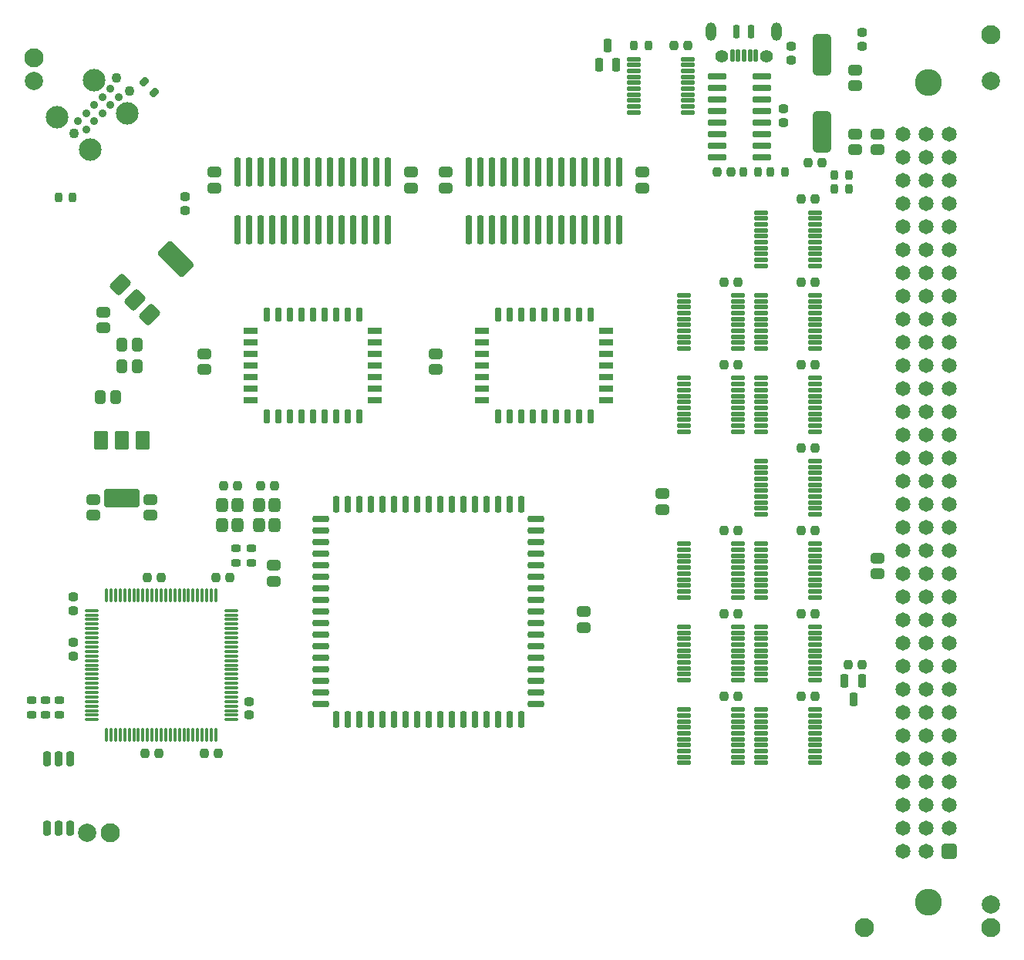
<source format=gts>
G04 #@! TF.GenerationSoftware,KiCad,Pcbnew,(6.0.1-0)*
G04 #@! TF.CreationDate,2022-02-03T05:16:20-05:00*
G04 #@! TF.ProjectId,Warp-SE,57617270-2d53-4452-9e6b-696361645f70,rev?*
G04 #@! TF.SameCoordinates,Original*
G04 #@! TF.FileFunction,Soldermask,Top*
G04 #@! TF.FilePolarity,Negative*
%FSLAX46Y46*%
G04 Gerber Fmt 4.6, Leading zero omitted, Abs format (unit mm)*
G04 Created by KiCad (PCBNEW (6.0.1-0)) date 2022-02-03 05:16:20*
%MOMM*%
%LPD*%
G01*
G04 APERTURE LIST*
G04 Aperture macros list*
%AMRoundRect*
0 Rectangle with rounded corners*
0 $1 Rounding radius*
0 $2 $3 $4 $5 $6 $7 $8 $9 X,Y pos of 4 corners*
0 Add a 4 corners polygon primitive as box body*
4,1,4,$2,$3,$4,$5,$6,$7,$8,$9,$2,$3,0*
0 Add four circle primitives for the rounded corners*
1,1,$1+$1,$2,$3*
1,1,$1+$1,$4,$5*
1,1,$1+$1,$6,$7*
1,1,$1+$1,$8,$9*
0 Add four rect primitives between the rounded corners*
20,1,$1+$1,$2,$3,$4,$5,0*
20,1,$1+$1,$4,$5,$6,$7,0*
20,1,$1+$1,$6,$7,$8,$9,0*
20,1,$1+$1,$8,$9,$2,$3,0*%
G04 Aperture macros list end*
%ADD10RoundRect,0.312500X-0.437500X0.262500X-0.437500X-0.262500X0.437500X-0.262500X0.437500X0.262500X0*%
%ADD11RoundRect,0.312500X0.262500X0.437500X-0.262500X0.437500X-0.262500X-0.437500X0.262500X-0.437500X0*%
%ADD12RoundRect,0.262500X0.212500X0.262500X-0.212500X0.262500X-0.212500X-0.262500X0.212500X-0.262500X0*%
%ADD13RoundRect,0.312500X-0.262500X-0.437500X0.262500X-0.437500X0.262500X0.437500X-0.262500X0.437500X0*%
%ADD14RoundRect,0.099000X0.662500X0.075000X-0.662500X0.075000X-0.662500X-0.075000X0.662500X-0.075000X0*%
%ADD15RoundRect,0.099000X0.075000X0.662500X-0.075000X0.662500X-0.075000X-0.662500X0.075000X-0.662500X0*%
%ADD16RoundRect,0.312500X0.437500X-0.262500X0.437500X0.262500X-0.437500X0.262500X-0.437500X-0.262500X0*%
%ADD17RoundRect,0.350000X-0.176777X-0.813173X0.813173X0.176777X0.176777X0.813173X-0.813173X-0.176777X0*%
%ADD18RoundRect,0.350000X0.636396X-1.626346X1.626346X-0.636396X-0.636396X1.626346X-1.626346X0.636396X0*%
%ADD19RoundRect,0.200000X-0.150000X1.374000X-0.150000X-1.374000X0.150000X-1.374000X0.150000X1.374000X0*%
%ADD20C,2.950000*%
%ADD21RoundRect,0.299999X0.525001X0.525001X-0.525001X0.525001X-0.525001X-0.525001X0.525001X-0.525001X0*%
%ADD22C,1.650000*%
%ADD23RoundRect,0.262500X-0.212500X-0.262500X0.212500X-0.262500X0.212500X0.262500X-0.212500X0.262500X0*%
%ADD24RoundRect,0.136500X-0.612500X-0.112500X0.612500X-0.112500X0.612500X0.112500X-0.612500X0.112500X0*%
%ADD25RoundRect,0.262500X-0.262500X0.212500X-0.262500X-0.212500X0.262500X-0.212500X0.262500X0.212500X0*%
%ADD26RoundRect,0.262500X0.262500X-0.212500X0.262500X0.212500X-0.262500X0.212500X-0.262500X-0.212500X0*%
%ADD27C,2.000000*%
%ADD28C,2.100000*%
%ADD29RoundRect,0.225000X-0.300000X0.175000X-0.300000X-0.175000X0.300000X-0.175000X0.300000X0.175000X0*%
%ADD30RoundRect,0.350000X-0.300000X0.400000X-0.300000X-0.400000X0.300000X-0.400000X0.300000X0.400000X0*%
%ADD31RoundRect,0.200000X0.587500X-0.150000X0.587500X0.150000X-0.587500X0.150000X-0.587500X-0.150000X0*%
%ADD32RoundRect,0.200000X0.150000X-0.587500X0.150000X0.587500X-0.150000X0.587500X-0.150000X-0.587500X0*%
%ADD33RoundRect,0.200000X-0.150000X-0.700000X0.150000X-0.700000X0.150000X0.700000X-0.150000X0.700000X0*%
%ADD34RoundRect,0.200000X-0.700000X-0.150000X0.700000X-0.150000X0.700000X0.150000X-0.700000X0.150000X0*%
%ADD35RoundRect,0.350000X-0.450000X0.700000X-0.450000X-0.700000X0.450000X-0.700000X0.450000X0.700000X0*%
%ADD36RoundRect,0.350000X-1.600000X0.700000X-1.600000X-0.700000X1.600000X-0.700000X1.600000X0.700000X0*%
%ADD37C,2.474900*%
%ADD38C,1.090600*%
%ADD39C,0.887400*%
%ADD40RoundRect,0.120000X0.120000X0.545000X-0.120000X0.545000X-0.120000X-0.545000X0.120000X-0.545000X0*%
%ADD41O,1.170000X2.000000*%
%ADD42RoundRect,0.200000X0.150000X0.525000X-0.150000X0.525000X-0.150000X-0.525000X0.150000X-0.525000X0*%
%ADD43C,1.400000*%
%ADD44RoundRect,0.225000X0.175000X0.300000X-0.175000X0.300000X-0.175000X-0.300000X0.175000X-0.300000X0*%
%ADD45RoundRect,0.225000X0.335876X0.088388X0.088388X0.335876X-0.335876X-0.088388X-0.088388X-0.335876X0*%
%ADD46RoundRect,0.250000X-0.200000X0.475000X-0.200000X-0.475000X0.200000X-0.475000X0.200000X0.475000X0*%
%ADD47RoundRect,0.240000X-0.190000X0.572000X-0.190000X-0.572000X0.190000X-0.572000X0.190000X0.572000X0*%
%ADD48RoundRect,0.225000X-0.175000X-0.300000X0.175000X-0.300000X0.175000X0.300000X-0.175000X0.300000X0*%
%ADD49RoundRect,0.200000X0.825000X0.150000X-0.825000X0.150000X-0.825000X-0.150000X0.825000X-0.150000X0*%
%ADD50RoundRect,0.550000X-0.500000X1.750000X-0.500000X-1.750000X0.500000X-1.750000X0.500000X1.750000X0*%
%ADD51RoundRect,0.250000X0.200000X-0.475000X0.200000X0.475000X-0.200000X0.475000X-0.200000X-0.475000X0*%
G04 APERTURE END LIST*
D10*
X112903000Y-70358000D03*
X112903000Y-72058000D03*
D11*
X116649500Y-73914000D03*
X114949500Y-73914000D03*
X116649500Y-76327000D03*
X114949500Y-76327000D03*
D12*
X131700000Y-89400000D03*
X130200000Y-89400000D03*
D13*
X112550000Y-79650000D03*
X114250000Y-79650000D03*
D14*
X126912500Y-115100000D03*
X126912500Y-114600000D03*
X126912500Y-114100000D03*
X126912500Y-113600000D03*
X126912500Y-113100000D03*
X126912500Y-112600000D03*
X126912500Y-112100000D03*
X126912500Y-111600000D03*
X126912500Y-111100000D03*
X126912500Y-110600000D03*
X126912500Y-110100000D03*
X126912500Y-109600000D03*
X126912500Y-109100000D03*
X126912500Y-108600000D03*
X126912500Y-108100000D03*
X126912500Y-107600000D03*
X126912500Y-107100000D03*
X126912500Y-106600000D03*
X126912500Y-106100000D03*
X126912500Y-105600000D03*
X126912500Y-105100000D03*
X126912500Y-104600000D03*
X126912500Y-104100000D03*
X126912500Y-103600000D03*
X126912500Y-103100000D03*
D15*
X125250000Y-101437500D03*
X124750000Y-101437500D03*
X124250000Y-101437500D03*
X123750000Y-101437500D03*
X123250000Y-101437500D03*
X122750000Y-101437500D03*
X122250000Y-101437500D03*
X121750000Y-101437500D03*
X121250000Y-101437500D03*
X120750000Y-101437500D03*
X120250000Y-101437500D03*
X119750000Y-101437500D03*
X119250000Y-101437500D03*
X118750000Y-101437500D03*
X118250000Y-101437500D03*
X117750000Y-101437500D03*
X117250000Y-101437500D03*
X116750000Y-101437500D03*
X116250000Y-101437500D03*
X115750000Y-101437500D03*
X115250000Y-101437500D03*
X114750000Y-101437500D03*
X114250000Y-101437500D03*
X113750000Y-101437500D03*
X113250000Y-101437500D03*
D14*
X111587500Y-103100000D03*
X111587500Y-103600000D03*
X111587500Y-104100000D03*
X111587500Y-104600000D03*
X111587500Y-105100000D03*
X111587500Y-105600000D03*
X111587500Y-106100000D03*
X111587500Y-106600000D03*
X111587500Y-107100000D03*
X111587500Y-107600000D03*
X111587500Y-108100000D03*
X111587500Y-108600000D03*
X111587500Y-109100000D03*
X111587500Y-109600000D03*
X111587500Y-110100000D03*
X111587500Y-110600000D03*
X111587500Y-111100000D03*
X111587500Y-111600000D03*
X111587500Y-112100000D03*
X111587500Y-112600000D03*
X111587500Y-113100000D03*
X111587500Y-113600000D03*
X111587500Y-114100000D03*
X111587500Y-114600000D03*
X111587500Y-115100000D03*
D15*
X113250000Y-116762500D03*
X113750000Y-116762500D03*
X114250000Y-116762500D03*
X114750000Y-116762500D03*
X115250000Y-116762500D03*
X115750000Y-116762500D03*
X116250000Y-116762500D03*
X116750000Y-116762500D03*
X117250000Y-116762500D03*
X117750000Y-116762500D03*
X118250000Y-116762500D03*
X118750000Y-116762500D03*
X119250000Y-116762500D03*
X119750000Y-116762500D03*
X120250000Y-116762500D03*
X120750000Y-116762500D03*
X121250000Y-116762500D03*
X121750000Y-116762500D03*
X122250000Y-116762500D03*
X122750000Y-116762500D03*
X123250000Y-116762500D03*
X123750000Y-116762500D03*
X124250000Y-116762500D03*
X124750000Y-116762500D03*
X125250000Y-116762500D03*
D16*
X195453000Y-45466000D03*
X195453000Y-43766000D03*
D10*
X195453000Y-50800000D03*
X195453000Y-52500000D03*
X197866000Y-50800000D03*
X197866000Y-52500000D03*
D17*
X114746268Y-67351041D03*
X116372614Y-68977386D03*
D18*
X120827386Y-64522614D03*
D17*
X117998959Y-70603732D03*
D19*
X169545000Y-54991000D03*
X168275000Y-54991000D03*
X167005000Y-54991000D03*
X165735000Y-54991000D03*
X164465000Y-54991000D03*
X163195000Y-54991000D03*
X161925000Y-54991000D03*
X160655000Y-54991000D03*
X159385000Y-54991000D03*
X158115000Y-54991000D03*
X156845000Y-54991000D03*
X155575000Y-54991000D03*
X154305000Y-54991000D03*
X153035000Y-54991000D03*
X153035000Y-61341000D03*
X154305000Y-61341000D03*
X155575000Y-61341000D03*
X156845000Y-61341000D03*
X158115000Y-61341000D03*
X159385000Y-61341000D03*
X160655000Y-61341000D03*
X161925000Y-61341000D03*
X163195000Y-61341000D03*
X164465000Y-61341000D03*
X165735000Y-61341000D03*
X167005000Y-61341000D03*
X168275000Y-61341000D03*
X169545000Y-61341000D03*
D20*
X203500000Y-135170000D03*
X203500000Y-45170000D03*
D21*
X205740000Y-129540000D03*
D22*
X205740000Y-127000000D03*
X205740000Y-124460000D03*
X205740000Y-121920000D03*
X205740000Y-119380000D03*
X205740000Y-116840000D03*
X205740000Y-114300000D03*
X205740000Y-111760000D03*
X205740000Y-109220000D03*
X205740000Y-106680000D03*
X205740000Y-104140000D03*
X205740000Y-101600000D03*
X205740000Y-99060000D03*
X205740000Y-96520000D03*
X205740000Y-93980000D03*
X205740000Y-91440000D03*
X205740000Y-88900000D03*
X205740000Y-86360000D03*
X205740000Y-83820000D03*
X205740000Y-81280000D03*
X205740000Y-78740000D03*
X205740000Y-76200000D03*
X205740000Y-73660000D03*
X205740000Y-71120000D03*
X205740000Y-68580000D03*
X205740000Y-66040000D03*
X205740000Y-63500000D03*
X205740000Y-60960000D03*
X205740000Y-58420000D03*
X205740000Y-55880000D03*
X205740000Y-53340000D03*
X205740000Y-50800000D03*
X203200000Y-129540000D03*
X203200000Y-127000000D03*
X203200000Y-124460000D03*
X203200000Y-121920000D03*
X203200000Y-119380000D03*
X203200000Y-116840000D03*
X203200000Y-114300000D03*
X203200000Y-111760000D03*
X203200000Y-109220000D03*
X203200000Y-106680000D03*
X203200000Y-104140000D03*
X203200000Y-101600000D03*
X203200000Y-99060000D03*
X203200000Y-96520000D03*
X203200000Y-93980000D03*
X203200000Y-91440000D03*
X203200000Y-88900000D03*
X203200000Y-86360000D03*
X203200000Y-83820000D03*
X203200000Y-81280000D03*
X203200000Y-78740000D03*
X203200000Y-76200000D03*
X203200000Y-73660000D03*
X203200000Y-71120000D03*
X203200000Y-68580000D03*
X203200000Y-66040000D03*
X203200000Y-63500000D03*
X203200000Y-60960000D03*
X203200000Y-58420000D03*
X203200000Y-55880000D03*
X203200000Y-53340000D03*
X203200000Y-50800000D03*
X200660000Y-129540000D03*
X200660000Y-127000000D03*
X200660000Y-124460000D03*
X200660000Y-121920000D03*
X200660000Y-119380000D03*
X200660000Y-116840000D03*
X200660000Y-114300000D03*
X200660000Y-111760000D03*
X200660000Y-109220000D03*
X200660000Y-106680000D03*
X200660000Y-104140000D03*
X200660000Y-101600000D03*
X200660000Y-99060000D03*
X200660000Y-96520000D03*
X200660000Y-93980000D03*
X200660000Y-91440000D03*
X200660000Y-88900000D03*
X200660000Y-86360000D03*
X200660000Y-83820000D03*
X200660000Y-81280000D03*
X200660000Y-78740000D03*
X200660000Y-76200000D03*
X200660000Y-73660000D03*
X200660000Y-71120000D03*
X200660000Y-68580000D03*
X200660000Y-66040000D03*
X200660000Y-63500000D03*
X200660000Y-60960000D03*
X200660000Y-58420000D03*
X200660000Y-55880000D03*
X200660000Y-53340000D03*
X200660000Y-50800000D03*
D23*
X125250000Y-99450000D03*
X126750000Y-99450000D03*
D24*
X176650000Y-95800000D03*
X176650000Y-96450000D03*
X176650000Y-97100000D03*
X176650000Y-97750000D03*
X176650000Y-98400000D03*
X176650000Y-99050000D03*
X176650000Y-99700000D03*
X176650000Y-100350000D03*
X176650000Y-101000000D03*
X176650000Y-101650000D03*
X182550000Y-101650000D03*
X182550000Y-101000000D03*
X182550000Y-100350000D03*
X182550000Y-99700000D03*
X182550000Y-99050000D03*
X182550000Y-98400000D03*
X182550000Y-97750000D03*
X182550000Y-97100000D03*
X182550000Y-96450000D03*
X182550000Y-95800000D03*
D12*
X182550000Y-94350000D03*
X181050000Y-94350000D03*
X191050000Y-57950000D03*
X189550000Y-57950000D03*
X191050000Y-94350000D03*
X189550000Y-94350000D03*
X191050000Y-85250000D03*
X189550000Y-85250000D03*
X182550000Y-112550000D03*
X181050000Y-112550000D03*
X191050000Y-112550000D03*
X189550000Y-112550000D03*
X191050000Y-67050000D03*
X189550000Y-67050000D03*
X182550000Y-67050000D03*
X181050000Y-67050000D03*
X182550000Y-76150000D03*
X181050000Y-76150000D03*
X182550000Y-103450000D03*
X181050000Y-103450000D03*
X191050000Y-103450000D03*
X189550000Y-103450000D03*
D16*
X197866000Y-99060000D03*
X197866000Y-97360000D03*
D10*
X131572000Y-98171000D03*
X131572000Y-99871000D03*
X165608000Y-103251000D03*
X165608000Y-104951000D03*
D24*
X176650000Y-68500000D03*
X176650000Y-69150000D03*
X176650000Y-69800000D03*
X176650000Y-70450000D03*
X176650000Y-71100000D03*
X176650000Y-71750000D03*
X176650000Y-72400000D03*
X176650000Y-73050000D03*
X176650000Y-73700000D03*
X176650000Y-74350000D03*
X182550000Y-74350000D03*
X182550000Y-73700000D03*
X182550000Y-73050000D03*
X182550000Y-72400000D03*
X182550000Y-71750000D03*
X182550000Y-71100000D03*
X182550000Y-70450000D03*
X182550000Y-69800000D03*
X182550000Y-69150000D03*
X182550000Y-68500000D03*
X176650000Y-77600000D03*
X176650000Y-78250000D03*
X176650000Y-78900000D03*
X176650000Y-79550000D03*
X176650000Y-80200000D03*
X176650000Y-80850000D03*
X176650000Y-81500000D03*
X176650000Y-82150000D03*
X176650000Y-82800000D03*
X176650000Y-83450000D03*
X182550000Y-83450000D03*
X182550000Y-82800000D03*
X182550000Y-82150000D03*
X182550000Y-81500000D03*
X182550000Y-80850000D03*
X182550000Y-80200000D03*
X182550000Y-79550000D03*
X182550000Y-78900000D03*
X182550000Y-78250000D03*
X182550000Y-77600000D03*
X185150000Y-59400000D03*
X185150000Y-60050000D03*
X185150000Y-60700000D03*
X185150000Y-61350000D03*
X185150000Y-62000000D03*
X185150000Y-62650000D03*
X185150000Y-63300000D03*
X185150000Y-63950000D03*
X185150000Y-64600000D03*
X185150000Y-65250000D03*
X191050000Y-65250000D03*
X191050000Y-64600000D03*
X191050000Y-63950000D03*
X191050000Y-63300000D03*
X191050000Y-62650000D03*
X191050000Y-62000000D03*
X191050000Y-61350000D03*
X191050000Y-60700000D03*
X191050000Y-60050000D03*
X191050000Y-59400000D03*
X185150000Y-68500000D03*
X185150000Y-69150000D03*
X185150000Y-69800000D03*
X185150000Y-70450000D03*
X185150000Y-71100000D03*
X185150000Y-71750000D03*
X185150000Y-72400000D03*
X185150000Y-73050000D03*
X185150000Y-73700000D03*
X185150000Y-74350000D03*
X191050000Y-74350000D03*
X191050000Y-73700000D03*
X191050000Y-73050000D03*
X191050000Y-72400000D03*
X191050000Y-71750000D03*
X191050000Y-71100000D03*
X191050000Y-70450000D03*
X191050000Y-69800000D03*
X191050000Y-69150000D03*
X191050000Y-68500000D03*
X185150000Y-86700000D03*
X185150000Y-87350000D03*
X185150000Y-88000000D03*
X185150000Y-88650000D03*
X185150000Y-89300000D03*
X185150000Y-89950000D03*
X185150000Y-90600000D03*
X185150000Y-91250000D03*
X185150000Y-91900000D03*
X185150000Y-92550000D03*
X191050000Y-92550000D03*
X191050000Y-91900000D03*
X191050000Y-91250000D03*
X191050000Y-90600000D03*
X191050000Y-89950000D03*
X191050000Y-89300000D03*
X191050000Y-88650000D03*
X191050000Y-88000000D03*
X191050000Y-87350000D03*
X191050000Y-86700000D03*
X185150000Y-77600000D03*
X185150000Y-78250000D03*
X185150000Y-78900000D03*
X185150000Y-79550000D03*
X185150000Y-80200000D03*
X185150000Y-80850000D03*
X185150000Y-81500000D03*
X185150000Y-82150000D03*
X185150000Y-82800000D03*
X185150000Y-83450000D03*
X191050000Y-83450000D03*
X191050000Y-82800000D03*
X191050000Y-82150000D03*
X191050000Y-81500000D03*
X191050000Y-80850000D03*
X191050000Y-80200000D03*
X191050000Y-79550000D03*
X191050000Y-78900000D03*
X191050000Y-78250000D03*
X191050000Y-77600000D03*
X176650000Y-104900000D03*
X176650000Y-105550000D03*
X176650000Y-106200000D03*
X176650000Y-106850000D03*
X176650000Y-107500000D03*
X176650000Y-108150000D03*
X176650000Y-108800000D03*
X176650000Y-109450000D03*
X176650000Y-110100000D03*
X176650000Y-110750000D03*
X182550000Y-110750000D03*
X182550000Y-110100000D03*
X182550000Y-109450000D03*
X182550000Y-108800000D03*
X182550000Y-108150000D03*
X182550000Y-107500000D03*
X182550000Y-106850000D03*
X182550000Y-106200000D03*
X182550000Y-105550000D03*
X182550000Y-104900000D03*
X176650000Y-114000000D03*
X176650000Y-114650000D03*
X176650000Y-115300000D03*
X176650000Y-115950000D03*
X176650000Y-116600000D03*
X176650000Y-117250000D03*
X176650000Y-117900000D03*
X176650000Y-118550000D03*
X176650000Y-119200000D03*
X176650000Y-119850000D03*
X182550000Y-119850000D03*
X182550000Y-119200000D03*
X182550000Y-118550000D03*
X182550000Y-117900000D03*
X182550000Y-117250000D03*
X182550000Y-116600000D03*
X182550000Y-115950000D03*
X182550000Y-115300000D03*
X182550000Y-114650000D03*
X182550000Y-114000000D03*
X185150000Y-95800000D03*
X185150000Y-96450000D03*
X185150000Y-97100000D03*
X185150000Y-97750000D03*
X185150000Y-98400000D03*
X185150000Y-99050000D03*
X185150000Y-99700000D03*
X185150000Y-100350000D03*
X185150000Y-101000000D03*
X185150000Y-101650000D03*
X191050000Y-101650000D03*
X191050000Y-101000000D03*
X191050000Y-100350000D03*
X191050000Y-99700000D03*
X191050000Y-99050000D03*
X191050000Y-98400000D03*
X191050000Y-97750000D03*
X191050000Y-97100000D03*
X191050000Y-96450000D03*
X191050000Y-95800000D03*
X185150000Y-104900000D03*
X185150000Y-105550000D03*
X185150000Y-106200000D03*
X185150000Y-106850000D03*
X185150000Y-107500000D03*
X185150000Y-108150000D03*
X185150000Y-108800000D03*
X185150000Y-109450000D03*
X185150000Y-110100000D03*
X185150000Y-110750000D03*
X191050000Y-110750000D03*
X191050000Y-110100000D03*
X191050000Y-109450000D03*
X191050000Y-108800000D03*
X191050000Y-108150000D03*
X191050000Y-107500000D03*
X191050000Y-106850000D03*
X191050000Y-106200000D03*
X191050000Y-105550000D03*
X191050000Y-104900000D03*
X185150000Y-114000000D03*
X185150000Y-114650000D03*
X185150000Y-115300000D03*
X185150000Y-115950000D03*
X185150000Y-116600000D03*
X185150000Y-117250000D03*
X185150000Y-117900000D03*
X185150000Y-118550000D03*
X185150000Y-119200000D03*
X185150000Y-119850000D03*
X191050000Y-119850000D03*
X191050000Y-119200000D03*
X191050000Y-118550000D03*
X191050000Y-117900000D03*
X191050000Y-117250000D03*
X191050000Y-116600000D03*
X191050000Y-115950000D03*
X191050000Y-115300000D03*
X191050000Y-114650000D03*
X191050000Y-114000000D03*
D19*
X144145000Y-54991000D03*
X142875000Y-54991000D03*
X141605000Y-54991000D03*
X140335000Y-54991000D03*
X139065000Y-54991000D03*
X137795000Y-54991000D03*
X136525000Y-54991000D03*
X135255000Y-54991000D03*
X133985000Y-54991000D03*
X132715000Y-54991000D03*
X131445000Y-54991000D03*
X130175000Y-54991000D03*
X128905000Y-54991000D03*
X127635000Y-54991000D03*
X127635000Y-61341000D03*
X128905000Y-61341000D03*
X130175000Y-61341000D03*
X131445000Y-61341000D03*
X132715000Y-61341000D03*
X133985000Y-61341000D03*
X135255000Y-61341000D03*
X136525000Y-61341000D03*
X137795000Y-61341000D03*
X139065000Y-61341000D03*
X140335000Y-61341000D03*
X141605000Y-61341000D03*
X142875000Y-61341000D03*
X144145000Y-61341000D03*
D12*
X127600000Y-89400000D03*
X126100000Y-89400000D03*
D23*
X124000000Y-118750000D03*
X125500000Y-118750000D03*
D25*
X109600000Y-106600000D03*
X109600000Y-108100000D03*
D12*
X119000000Y-118750000D03*
X117500000Y-118750000D03*
X119250000Y-99450000D03*
X117750000Y-99450000D03*
D25*
X128900000Y-113100000D03*
X128900000Y-114600000D03*
D26*
X109600000Y-103100000D03*
X109600000Y-101600000D03*
D27*
X105283000Y-44958000D03*
X210312000Y-44958000D03*
X210312000Y-135382000D03*
X111125000Y-127508000D03*
D28*
X105283000Y-42418000D03*
X210312000Y-39878000D03*
X210312000Y-137922000D03*
X196469000Y-137922000D03*
X113665000Y-127508000D03*
D29*
X129150000Y-96300000D03*
X129150000Y-97900000D03*
X127450000Y-96300000D03*
X127450000Y-97900000D03*
X106553000Y-112992000D03*
X106553000Y-114592000D03*
X108077000Y-112992000D03*
X108077000Y-114592000D03*
D30*
X130000000Y-91500000D03*
X130000000Y-93700000D03*
X131700000Y-93700000D03*
X131700000Y-91500000D03*
X125900000Y-91500000D03*
X125900000Y-93700000D03*
X127600000Y-93700000D03*
X127600000Y-91500000D03*
D31*
X129052500Y-76200000D03*
X129052500Y-77470000D03*
X129052500Y-78740000D03*
X129052500Y-80010000D03*
D32*
X130810000Y-81762500D03*
X132080000Y-81762500D03*
X133350000Y-81762500D03*
X134620000Y-81762500D03*
X135890000Y-81762500D03*
X137160000Y-81762500D03*
X138430000Y-81762500D03*
X139700000Y-81762500D03*
X140970000Y-81762500D03*
D31*
X142727500Y-80010000D03*
X142727500Y-78740000D03*
X142727500Y-77470000D03*
X142727500Y-76200000D03*
X142727500Y-74930000D03*
X142727500Y-73660000D03*
X142727500Y-72390000D03*
D32*
X140970000Y-70637500D03*
X139700000Y-70637500D03*
X138430000Y-70637500D03*
X137160000Y-70637500D03*
X135890000Y-70637500D03*
X134620000Y-70637500D03*
X133350000Y-70637500D03*
X132080000Y-70637500D03*
X130810000Y-70637500D03*
D31*
X129052500Y-72390000D03*
X129052500Y-73660000D03*
X129052500Y-74930000D03*
X154452500Y-76200000D03*
X154452500Y-77470000D03*
X154452500Y-78740000D03*
X154452500Y-80010000D03*
D32*
X156210000Y-81762500D03*
X157480000Y-81762500D03*
X158750000Y-81762500D03*
X160020000Y-81762500D03*
X161290000Y-81762500D03*
X162560000Y-81762500D03*
X163830000Y-81762500D03*
X165100000Y-81762500D03*
X166370000Y-81762500D03*
D31*
X168127500Y-80010000D03*
X168127500Y-78740000D03*
X168127500Y-77470000D03*
X168127500Y-76200000D03*
X168127500Y-74930000D03*
X168127500Y-73660000D03*
X168127500Y-72390000D03*
D32*
X166370000Y-70637500D03*
X165100000Y-70637500D03*
X163830000Y-70637500D03*
X162560000Y-70637500D03*
X161290000Y-70637500D03*
X160020000Y-70637500D03*
X158750000Y-70637500D03*
X157480000Y-70637500D03*
X156210000Y-70637500D03*
D31*
X154452500Y-72390000D03*
X154452500Y-73660000D03*
X154452500Y-74930000D03*
D33*
X148590000Y-91451000D03*
X147320000Y-91451000D03*
X146050000Y-91451000D03*
X144780000Y-91451000D03*
X143510000Y-91451000D03*
X142240000Y-91451000D03*
X140970000Y-91451000D03*
X139700000Y-91451000D03*
X138430000Y-91451000D03*
D34*
X136790000Y-93091000D03*
X136790000Y-94361000D03*
X136790000Y-95631000D03*
X136790000Y-96901000D03*
X136790000Y-98171000D03*
X136790000Y-99441000D03*
X136790000Y-100711000D03*
X136790000Y-101981000D03*
X136790000Y-103251000D03*
X136790000Y-104521000D03*
X136790000Y-105791000D03*
X136790000Y-107061000D03*
X136790000Y-108331000D03*
X136790000Y-109601000D03*
X136790000Y-110871000D03*
X136790000Y-112141000D03*
X136790000Y-113411000D03*
D33*
X138430000Y-115051000D03*
X139700000Y-115051000D03*
X140970000Y-115051000D03*
X142240000Y-115051000D03*
X143510000Y-115051000D03*
X144780000Y-115051000D03*
X146050000Y-115051000D03*
X147320000Y-115051000D03*
X148590000Y-115051000D03*
X149860000Y-115051000D03*
X151130000Y-115051000D03*
X152400000Y-115051000D03*
X153670000Y-115051000D03*
X154940000Y-115051000D03*
X156210000Y-115051000D03*
X157480000Y-115051000D03*
X158750000Y-115051000D03*
D34*
X160390000Y-113411000D03*
X160390000Y-112141000D03*
X160390000Y-110871000D03*
X160390000Y-109601000D03*
X160390000Y-108331000D03*
X160390000Y-107061000D03*
X160390000Y-105791000D03*
X160390000Y-104521000D03*
X160390000Y-103251000D03*
X160390000Y-101981000D03*
X160390000Y-100711000D03*
X160390000Y-99441000D03*
X160390000Y-98171000D03*
X160390000Y-96901000D03*
X160390000Y-95631000D03*
X160390000Y-94361000D03*
X160390000Y-93091000D03*
D33*
X158750000Y-91451000D03*
X157480000Y-91451000D03*
X156210000Y-91451000D03*
X154940000Y-91451000D03*
X153670000Y-91451000D03*
X152400000Y-91451000D03*
X151130000Y-91451000D03*
X149860000Y-91451000D03*
D35*
X117250000Y-84450000D03*
X114950000Y-84450000D03*
D36*
X114950000Y-90750000D03*
D35*
X112650000Y-84450000D03*
D10*
X111800000Y-90950000D03*
X111800000Y-92650000D03*
X118100000Y-90950000D03*
X118100000Y-92650000D03*
X123952000Y-74930000D03*
X123952000Y-76630000D03*
X149352000Y-74930000D03*
X149352000Y-76630000D03*
X172085000Y-54991000D03*
X172085000Y-56691000D03*
X125095000Y-54991000D03*
X125095000Y-56691000D03*
X146685000Y-54991000D03*
X146685000Y-56691000D03*
X150495000Y-54991000D03*
X150495000Y-56691000D03*
D12*
X191050000Y-76150000D03*
X189550000Y-76150000D03*
D37*
X111447012Y-52537064D03*
D38*
X109650961Y-50741013D03*
X114320694Y-44634439D03*
D37*
X111896025Y-44903846D03*
X107854910Y-48944962D03*
X115488128Y-48495949D03*
D38*
X115757535Y-46071280D03*
D39*
X110998000Y-50292000D03*
X111896025Y-49393974D03*
X112794051Y-48495949D03*
X113692076Y-47597923D03*
X114590102Y-46699898D03*
X113692076Y-45801872D03*
X112794051Y-46699898D03*
X111896025Y-47597923D03*
X110998000Y-48495949D03*
X110099974Y-49393974D03*
D40*
X184550000Y-42187500D03*
X183900000Y-42187500D03*
X183250000Y-42187500D03*
X182600000Y-42187500D03*
X181950000Y-42187500D03*
D41*
X179650000Y-39562500D03*
X186850000Y-39562500D03*
D42*
X182450000Y-39537500D03*
D43*
X185675000Y-42212500D03*
X180825000Y-42212500D03*
D42*
X184050000Y-39537500D03*
D44*
X109550000Y-57750000D03*
X107950000Y-57750000D03*
D45*
X118479370Y-46216370D03*
X117348000Y-45085000D03*
D46*
X196200000Y-110800000D03*
X194300000Y-110800000D03*
X195250000Y-112900000D03*
D47*
X109220000Y-119380000D03*
X107950000Y-119380000D03*
X106680000Y-119380000D03*
X106680000Y-127000000D03*
X107950000Y-127000000D03*
X109220000Y-127000000D03*
D29*
X105029000Y-112992000D03*
X105029000Y-114592000D03*
D26*
X187579000Y-49530000D03*
X187579000Y-48030000D03*
D12*
X191800000Y-53900000D03*
X190300000Y-53900000D03*
D44*
X172750000Y-41050000D03*
X171150000Y-41050000D03*
D48*
X186106000Y-54991000D03*
X187706000Y-54991000D03*
D44*
X194750000Y-56800000D03*
X193150000Y-56800000D03*
D24*
X171150000Y-42550000D03*
X171150000Y-43200000D03*
X171150000Y-43850000D03*
X171150000Y-44500000D03*
X171150000Y-45150000D03*
X171150000Y-45800000D03*
X171150000Y-46450000D03*
X171150000Y-47100000D03*
X171150000Y-47750000D03*
X171150000Y-48400000D03*
X177050000Y-48400000D03*
X177050000Y-47750000D03*
X177050000Y-47100000D03*
X177050000Y-46450000D03*
X177050000Y-45800000D03*
X177050000Y-45150000D03*
X177050000Y-44500000D03*
X177050000Y-43850000D03*
X177050000Y-43200000D03*
X177050000Y-42550000D03*
D12*
X196200000Y-109050000D03*
X194700000Y-109050000D03*
D10*
X174250000Y-90300000D03*
X174250000Y-92000000D03*
D48*
X183159500Y-54991000D03*
X184759500Y-54991000D03*
D49*
X185228000Y-53340000D03*
X185228000Y-52070000D03*
X185228000Y-50800000D03*
X185228000Y-49530000D03*
X185228000Y-48260000D03*
X185228000Y-46990000D03*
X185228000Y-45720000D03*
X185228000Y-44450000D03*
X180278000Y-44450000D03*
X180278000Y-45720000D03*
X180278000Y-46990000D03*
X180278000Y-48260000D03*
X180278000Y-49530000D03*
X180278000Y-50800000D03*
X180278000Y-52070000D03*
X180278000Y-53340000D03*
D23*
X180276500Y-54991000D03*
X181776500Y-54991000D03*
D50*
X191800000Y-42050000D03*
X191800000Y-50550000D03*
D51*
X167300000Y-43150000D03*
X169200000Y-43150000D03*
X168250000Y-41050000D03*
D44*
X194750000Y-55300000D03*
X193150000Y-55300000D03*
D26*
X188450000Y-42650000D03*
X188450000Y-41150000D03*
D12*
X177050000Y-41050000D03*
X175550000Y-41050000D03*
D25*
X121850000Y-57700000D03*
X121850000Y-59200000D03*
X196200000Y-39650000D03*
X196200000Y-41150000D03*
M02*

</source>
